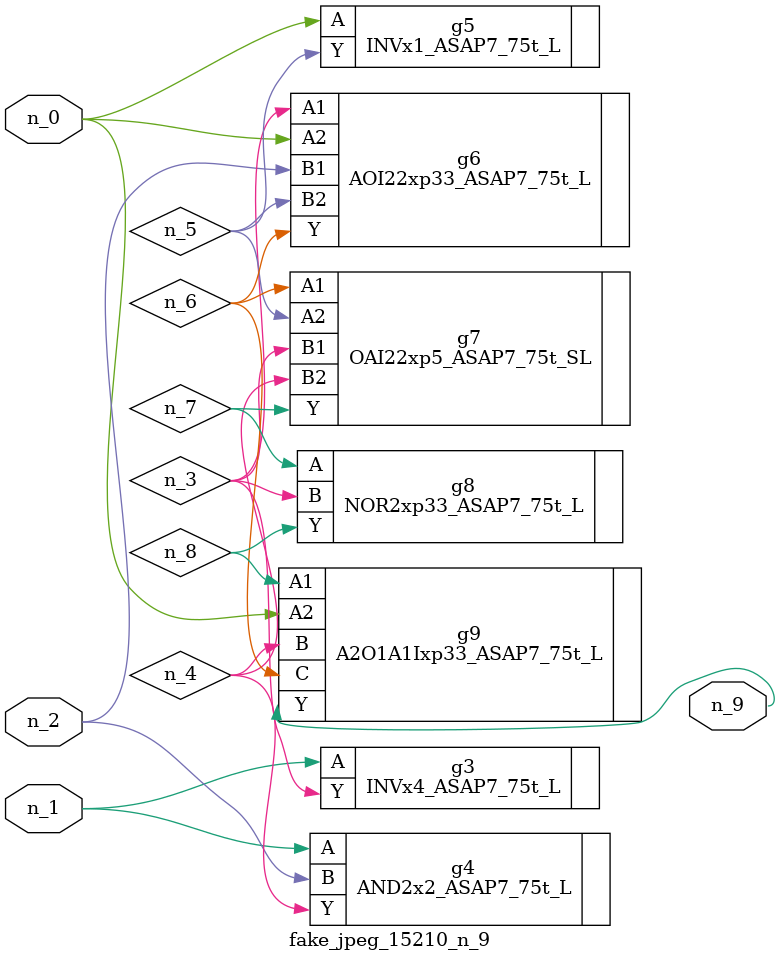
<source format=v>
module fake_jpeg_15210_n_9 (n_0, n_2, n_1, n_9);

input n_0;
input n_2;
input n_1;

output n_9;

wire n_3;
wire n_4;
wire n_8;
wire n_6;
wire n_5;
wire n_7;

INVx4_ASAP7_75t_L g3 ( 
.A(n_1),
.Y(n_3)
);

AND2x2_ASAP7_75t_L g4 ( 
.A(n_1),
.B(n_2),
.Y(n_4)
);

INVx1_ASAP7_75t_L g5 ( 
.A(n_0),
.Y(n_5)
);

AOI22xp33_ASAP7_75t_L g6 ( 
.A1(n_3),
.A2(n_0),
.B1(n_2),
.B2(n_5),
.Y(n_6)
);

OAI22xp5_ASAP7_75t_SL g7 ( 
.A1(n_6),
.A2(n_5),
.B1(n_3),
.B2(n_4),
.Y(n_7)
);

NOR2xp33_ASAP7_75t_L g8 ( 
.A(n_7),
.B(n_3),
.Y(n_8)
);

A2O1A1Ixp33_ASAP7_75t_L g9 ( 
.A1(n_8),
.A2(n_0),
.B(n_4),
.C(n_6),
.Y(n_9)
);


endmodule
</source>
